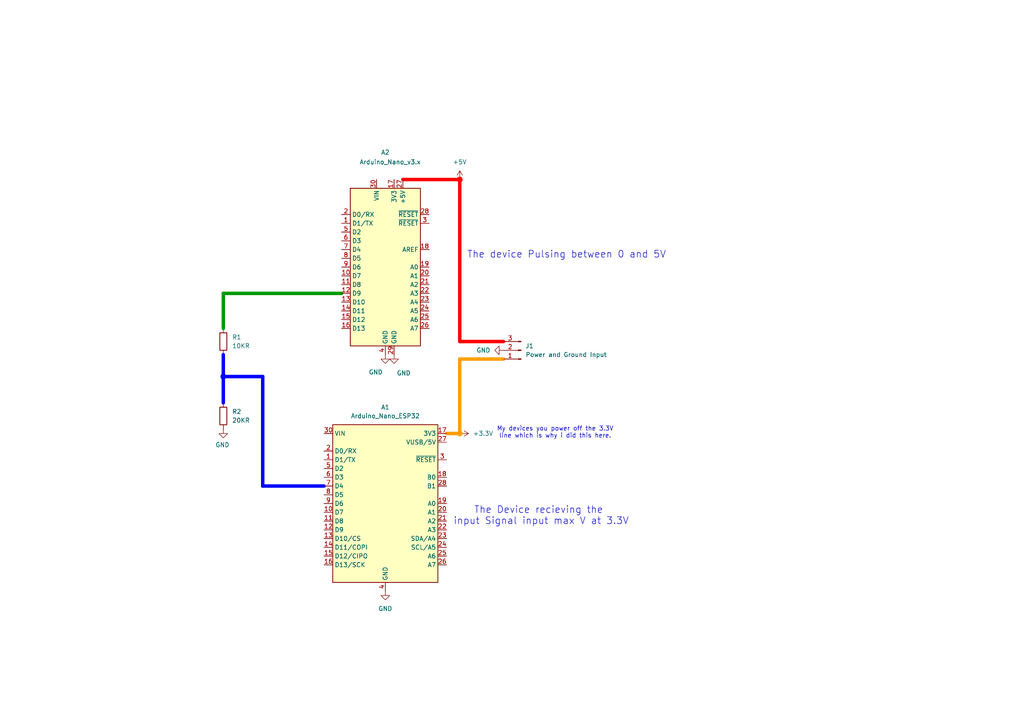
<source format=kicad_sch>
(kicad_sch
	(version 20250114)
	(generator "eeschema")
	(generator_version "9.0")
	(uuid "5c241efc-bbde-448e-a4dc-e0c01dc9d1ce")
	(paper "A4")
	(title_block
		(title "Pulser Microcontroller and RPM counter")
		(date "2025-06-11")
		(rev "1")
		(company "Ethan Sousa Projects")
	)
	(lib_symbols
		(symbol "Connector:Conn_01x03_Pin"
			(pin_names
				(offset 1.016)
				(hide yes)
			)
			(exclude_from_sim no)
			(in_bom yes)
			(on_board yes)
			(property "Reference" "J"
				(at 0 5.08 0)
				(effects
					(font
						(size 1.27 1.27)
					)
				)
			)
			(property "Value" "Conn_01x03_Pin"
				(at 0 -5.08 0)
				(effects
					(font
						(size 1.27 1.27)
					)
				)
			)
			(property "Footprint" ""
				(at 0 0 0)
				(effects
					(font
						(size 1.27 1.27)
					)
					(hide yes)
				)
			)
			(property "Datasheet" "~"
				(at 0 0 0)
				(effects
					(font
						(size 1.27 1.27)
					)
					(hide yes)
				)
			)
			(property "Description" "Generic connector, single row, 01x03, script generated"
				(at 0 0 0)
				(effects
					(font
						(size 1.27 1.27)
					)
					(hide yes)
				)
			)
			(property "ki_locked" ""
				(at 0 0 0)
				(effects
					(font
						(size 1.27 1.27)
					)
				)
			)
			(property "ki_keywords" "connector"
				(at 0 0 0)
				(effects
					(font
						(size 1.27 1.27)
					)
					(hide yes)
				)
			)
			(property "ki_fp_filters" "Connector*:*_1x??_*"
				(at 0 0 0)
				(effects
					(font
						(size 1.27 1.27)
					)
					(hide yes)
				)
			)
			(symbol "Conn_01x03_Pin_1_1"
				(rectangle
					(start 0.8636 2.667)
					(end 0 2.413)
					(stroke
						(width 0.1524)
						(type default)
					)
					(fill
						(type outline)
					)
				)
				(rectangle
					(start 0.8636 0.127)
					(end 0 -0.127)
					(stroke
						(width 0.1524)
						(type default)
					)
					(fill
						(type outline)
					)
				)
				(rectangle
					(start 0.8636 -2.413)
					(end 0 -2.667)
					(stroke
						(width 0.1524)
						(type default)
					)
					(fill
						(type outline)
					)
				)
				(polyline
					(pts
						(xy 1.27 2.54) (xy 0.8636 2.54)
					)
					(stroke
						(width 0.1524)
						(type default)
					)
					(fill
						(type none)
					)
				)
				(polyline
					(pts
						(xy 1.27 0) (xy 0.8636 0)
					)
					(stroke
						(width 0.1524)
						(type default)
					)
					(fill
						(type none)
					)
				)
				(polyline
					(pts
						(xy 1.27 -2.54) (xy 0.8636 -2.54)
					)
					(stroke
						(width 0.1524)
						(type default)
					)
					(fill
						(type none)
					)
				)
				(pin passive line
					(at 5.08 2.54 180)
					(length 3.81)
					(name "Pin_1"
						(effects
							(font
								(size 1.27 1.27)
							)
						)
					)
					(number "1"
						(effects
							(font
								(size 1.27 1.27)
							)
						)
					)
				)
				(pin passive line
					(at 5.08 0 180)
					(length 3.81)
					(name "Pin_2"
						(effects
							(font
								(size 1.27 1.27)
							)
						)
					)
					(number "2"
						(effects
							(font
								(size 1.27 1.27)
							)
						)
					)
				)
				(pin passive line
					(at 5.08 -2.54 180)
					(length 3.81)
					(name "Pin_3"
						(effects
							(font
								(size 1.27 1.27)
							)
						)
					)
					(number "3"
						(effects
							(font
								(size 1.27 1.27)
							)
						)
					)
				)
			)
			(embedded_fonts no)
		)
		(symbol "Device:R"
			(pin_numbers
				(hide yes)
			)
			(pin_names
				(offset 0)
			)
			(exclude_from_sim no)
			(in_bom yes)
			(on_board yes)
			(property "Reference" "R"
				(at 2.032 0 90)
				(effects
					(font
						(size 1.27 1.27)
					)
				)
			)
			(property "Value" "R"
				(at 0 0 90)
				(effects
					(font
						(size 1.27 1.27)
					)
				)
			)
			(property "Footprint" ""
				(at -1.778 0 90)
				(effects
					(font
						(size 1.27 1.27)
					)
					(hide yes)
				)
			)
			(property "Datasheet" "~"
				(at 0 0 0)
				(effects
					(font
						(size 1.27 1.27)
					)
					(hide yes)
				)
			)
			(property "Description" "Resistor"
				(at 0 0 0)
				(effects
					(font
						(size 1.27 1.27)
					)
					(hide yes)
				)
			)
			(property "ki_keywords" "R res resistor"
				(at 0 0 0)
				(effects
					(font
						(size 1.27 1.27)
					)
					(hide yes)
				)
			)
			(property "ki_fp_filters" "R_*"
				(at 0 0 0)
				(effects
					(font
						(size 1.27 1.27)
					)
					(hide yes)
				)
			)
			(symbol "R_0_1"
				(rectangle
					(start -1.016 -2.54)
					(end 1.016 2.54)
					(stroke
						(width 0.254)
						(type default)
					)
					(fill
						(type none)
					)
				)
			)
			(symbol "R_1_1"
				(pin passive line
					(at 0 3.81 270)
					(length 1.27)
					(name "~"
						(effects
							(font
								(size 1.27 1.27)
							)
						)
					)
					(number "1"
						(effects
							(font
								(size 1.27 1.27)
							)
						)
					)
				)
				(pin passive line
					(at 0 -3.81 90)
					(length 1.27)
					(name "~"
						(effects
							(font
								(size 1.27 1.27)
							)
						)
					)
					(number "2"
						(effects
							(font
								(size 1.27 1.27)
							)
						)
					)
				)
			)
			(embedded_fonts no)
		)
		(symbol "MCU_Module:Arduino_Nano_ESP32"
			(exclude_from_sim no)
			(in_bom yes)
			(on_board yes)
			(property "Reference" "A"
				(at -14.986 23.622 0)
				(effects
					(font
						(size 1.27 1.27)
					)
					(justify left bottom)
				)
			)
			(property "Value" "Arduino_Nano_ESP32"
				(at 3.81 -25.654 0)
				(effects
					(font
						(size 1.27 1.27)
					)
					(justify left top)
				)
			)
			(property "Footprint" "Module:Arduino_Nano"
				(at 13.716 -34.036 0)
				(effects
					(font
						(size 1.27 1.27)
						(italic yes)
					)
					(hide yes)
				)
			)
			(property "Datasheet" "https://docs.arduino.cc/resources/datasheets/ABX00083-datasheet.pdf"
				(at 39.116 -31.496 0)
				(effects
					(font
						(size 1.27 1.27)
					)
					(hide yes)
				)
			)
			(property "Description" "Arduino Nano board based on the ESP32-S3 with a dual-core 240 MHz processor, 384 kB ROM, 512 kB SRAM. Operates at 3.3V, with 5V USB-C® input and 6-21V VIN. Features Wi-Fi®, Bluetooth® LE, digital and analog pins, and supports SPI, I2C, UART, I2S, and CAN."
				(at 138.43 -28.956 0)
				(effects
					(font
						(size 1.27 1.27)
					)
					(hide yes)
				)
			)
			(property "ki_keywords" "Arduino Nano ESP32"
				(at 0 0 0)
				(effects
					(font
						(size 1.27 1.27)
					)
					(hide yes)
				)
			)
			(property "ki_fp_filters" "Arduino*Nano*"
				(at 0 0 0)
				(effects
					(font
						(size 1.27 1.27)
					)
					(hide yes)
				)
			)
			(symbol "Arduino_Nano_ESP32_0_1"
				(rectangle
					(start -15.24 22.86)
					(end 15.24 -22.86)
					(stroke
						(width 0.254)
						(type default)
					)
					(fill
						(type background)
					)
				)
			)
			(symbol "Arduino_Nano_ESP32_1_1"
				(pin power_in line
					(at -17.78 20.32 0)
					(length 2.54)
					(name "VIN"
						(effects
							(font
								(size 1.27 1.27)
							)
						)
					)
					(number "30"
						(effects
							(font
								(size 1.27 1.27)
							)
						)
					)
				)
				(pin bidirectional line
					(at -17.78 15.24 0)
					(length 2.54)
					(name "D0/RX"
						(effects
							(font
								(size 1.27 1.27)
							)
						)
					)
					(number "2"
						(effects
							(font
								(size 1.27 1.27)
							)
						)
					)
				)
				(pin bidirectional line
					(at -17.78 12.7 0)
					(length 2.54)
					(name "D1/TX"
						(effects
							(font
								(size 1.27 1.27)
							)
						)
					)
					(number "1"
						(effects
							(font
								(size 1.27 1.27)
							)
						)
					)
				)
				(pin bidirectional line
					(at -17.78 10.16 0)
					(length 2.54)
					(name "D2"
						(effects
							(font
								(size 1.27 1.27)
							)
						)
					)
					(number "5"
						(effects
							(font
								(size 1.27 1.27)
							)
						)
					)
				)
				(pin bidirectional line
					(at -17.78 7.62 0)
					(length 2.54)
					(name "D3"
						(effects
							(font
								(size 1.27 1.27)
							)
						)
					)
					(number "6"
						(effects
							(font
								(size 1.27 1.27)
							)
						)
					)
				)
				(pin bidirectional line
					(at -17.78 5.08 0)
					(length 2.54)
					(name "D4"
						(effects
							(font
								(size 1.27 1.27)
							)
						)
					)
					(number "7"
						(effects
							(font
								(size 1.27 1.27)
							)
						)
					)
				)
				(pin bidirectional line
					(at -17.78 2.54 0)
					(length 2.54)
					(name "D5"
						(effects
							(font
								(size 1.27 1.27)
							)
						)
					)
					(number "8"
						(effects
							(font
								(size 1.27 1.27)
							)
						)
					)
				)
				(pin bidirectional line
					(at -17.78 0 0)
					(length 2.54)
					(name "D6"
						(effects
							(font
								(size 1.27 1.27)
							)
						)
					)
					(number "9"
						(effects
							(font
								(size 1.27 1.27)
							)
						)
					)
				)
				(pin bidirectional line
					(at -17.78 -2.54 0)
					(length 2.54)
					(name "D7"
						(effects
							(font
								(size 1.27 1.27)
							)
						)
					)
					(number "10"
						(effects
							(font
								(size 1.27 1.27)
							)
						)
					)
				)
				(pin bidirectional line
					(at -17.78 -5.08 0)
					(length 2.54)
					(name "D8"
						(effects
							(font
								(size 1.27 1.27)
							)
						)
					)
					(number "11"
						(effects
							(font
								(size 1.27 1.27)
							)
						)
					)
				)
				(pin bidirectional line
					(at -17.78 -7.62 0)
					(length 2.54)
					(name "D9"
						(effects
							(font
								(size 1.27 1.27)
							)
						)
					)
					(number "12"
						(effects
							(font
								(size 1.27 1.27)
							)
						)
					)
				)
				(pin bidirectional line
					(at -17.78 -10.16 0)
					(length 2.54)
					(name "D10/CS"
						(effects
							(font
								(size 1.27 1.27)
							)
						)
					)
					(number "13"
						(effects
							(font
								(size 1.27 1.27)
							)
						)
					)
				)
				(pin bidirectional line
					(at -17.78 -12.7 0)
					(length 2.54)
					(name "D11/COPI"
						(effects
							(font
								(size 1.27 1.27)
							)
						)
					)
					(number "14"
						(effects
							(font
								(size 1.27 1.27)
							)
						)
					)
				)
				(pin bidirectional line
					(at -17.78 -15.24 0)
					(length 2.54)
					(name "D12/CIPO"
						(effects
							(font
								(size 1.27 1.27)
							)
						)
					)
					(number "15"
						(effects
							(font
								(size 1.27 1.27)
							)
						)
					)
				)
				(pin bidirectional line
					(at -17.78 -17.78 0)
					(length 2.54)
					(name "D13/SCK"
						(effects
							(font
								(size 1.27 1.27)
							)
						)
					)
					(number "16"
						(effects
							(font
								(size 1.27 1.27)
							)
						)
					)
				)
				(pin passive line
					(at 0 -25.4 90)
					(length 2.54)
					(hide yes)
					(name "GND"
						(effects
							(font
								(size 1.27 1.27)
							)
						)
					)
					(number "29"
						(effects
							(font
								(size 1.27 1.27)
							)
						)
					)
				)
				(pin power_in line
					(at 0 -25.4 90)
					(length 2.54)
					(name "GND"
						(effects
							(font
								(size 1.27 1.27)
							)
						)
					)
					(number "4"
						(effects
							(font
								(size 1.27 1.27)
							)
						)
					)
				)
				(pin power_out line
					(at 17.78 20.32 180)
					(length 2.54)
					(name "3V3"
						(effects
							(font
								(size 1.27 1.27)
							)
						)
					)
					(number "17"
						(effects
							(font
								(size 1.27 1.27)
							)
						)
					)
				)
				(pin power_out line
					(at 17.78 17.78 180)
					(length 2.54)
					(name "VUSB/5V"
						(effects
							(font
								(size 1.27 1.27)
							)
						)
					)
					(number "27"
						(effects
							(font
								(size 1.27 1.27)
							)
						)
					)
				)
				(pin input line
					(at 17.78 12.7 180)
					(length 2.54)
					(name "~{RESET}"
						(effects
							(font
								(size 1.27 1.27)
							)
						)
					)
					(number "3"
						(effects
							(font
								(size 1.27 1.27)
							)
						)
					)
				)
				(pin bidirectional line
					(at 17.78 7.62 180)
					(length 2.54)
					(name "B0"
						(effects
							(font
								(size 1.27 1.27)
							)
						)
					)
					(number "18"
						(effects
							(font
								(size 1.27 1.27)
							)
						)
					)
				)
				(pin bidirectional line
					(at 17.78 5.08 180)
					(length 2.54)
					(name "B1"
						(effects
							(font
								(size 1.27 1.27)
							)
						)
					)
					(number "28"
						(effects
							(font
								(size 1.27 1.27)
							)
						)
					)
				)
				(pin bidirectional line
					(at 17.78 0 180)
					(length 2.54)
					(name "A0"
						(effects
							(font
								(size 1.27 1.27)
							)
						)
					)
					(number "19"
						(effects
							(font
								(size 1.27 1.27)
							)
						)
					)
				)
				(pin bidirectional line
					(at 17.78 -2.54 180)
					(length 2.54)
					(name "A1"
						(effects
							(font
								(size 1.27 1.27)
							)
						)
					)
					(number "20"
						(effects
							(font
								(size 1.27 1.27)
							)
						)
					)
				)
				(pin bidirectional line
					(at 17.78 -5.08 180)
					(length 2.54)
					(name "A2"
						(effects
							(font
								(size 1.27 1.27)
							)
						)
					)
					(number "21"
						(effects
							(font
								(size 1.27 1.27)
							)
						)
					)
				)
				(pin bidirectional line
					(at 17.78 -7.62 180)
					(length 2.54)
					(name "A3"
						(effects
							(font
								(size 1.27 1.27)
							)
						)
					)
					(number "22"
						(effects
							(font
								(size 1.27 1.27)
							)
						)
					)
				)
				(pin bidirectional line
					(at 17.78 -10.16 180)
					(length 2.54)
					(name "SDA/A4"
						(effects
							(font
								(size 1.27 1.27)
							)
						)
					)
					(number "23"
						(effects
							(font
								(size 1.27 1.27)
							)
						)
					)
				)
				(pin bidirectional line
					(at 17.78 -12.7 180)
					(length 2.54)
					(name "SCL/A5"
						(effects
							(font
								(size 1.27 1.27)
							)
						)
					)
					(number "24"
						(effects
							(font
								(size 1.27 1.27)
							)
						)
					)
				)
				(pin bidirectional line
					(at 17.78 -15.24 180)
					(length 2.54)
					(name "A6"
						(effects
							(font
								(size 1.27 1.27)
							)
						)
					)
					(number "25"
						(effects
							(font
								(size 1.27 1.27)
							)
						)
					)
				)
				(pin bidirectional line
					(at 17.78 -17.78 180)
					(length 2.54)
					(name "A7"
						(effects
							(font
								(size 1.27 1.27)
							)
						)
					)
					(number "26"
						(effects
							(font
								(size 1.27 1.27)
							)
						)
					)
				)
			)
			(embedded_fonts no)
		)
		(symbol "MCU_Module:Arduino_Nano_v3.x"
			(exclude_from_sim no)
			(in_bom yes)
			(on_board yes)
			(property "Reference" "A"
				(at -10.16 23.495 0)
				(effects
					(font
						(size 1.27 1.27)
					)
					(justify left bottom)
				)
			)
			(property "Value" "Arduino_Nano_v3.x"
				(at 5.08 -24.13 0)
				(effects
					(font
						(size 1.27 1.27)
					)
					(justify left top)
				)
			)
			(property "Footprint" "Module:Arduino_Nano"
				(at 0 0 0)
				(effects
					(font
						(size 1.27 1.27)
						(italic yes)
					)
					(hide yes)
				)
			)
			(property "Datasheet" "http://www.mouser.com/pdfdocs/Gravitech_Arduino_Nano3_0.pdf"
				(at 0 0 0)
				(effects
					(font
						(size 1.27 1.27)
					)
					(hide yes)
				)
			)
			(property "Description" "Arduino Nano v3.x"
				(at 0 0 0)
				(effects
					(font
						(size 1.27 1.27)
					)
					(hide yes)
				)
			)
			(property "ki_keywords" "Arduino nano microcontroller module USB"
				(at 0 0 0)
				(effects
					(font
						(size 1.27 1.27)
					)
					(hide yes)
				)
			)
			(property "ki_fp_filters" "Arduino*Nano*"
				(at 0 0 0)
				(effects
					(font
						(size 1.27 1.27)
					)
					(hide yes)
				)
			)
			(symbol "Arduino_Nano_v3.x_0_1"
				(rectangle
					(start -10.16 22.86)
					(end 10.16 -22.86)
					(stroke
						(width 0.254)
						(type default)
					)
					(fill
						(type background)
					)
				)
			)
			(symbol "Arduino_Nano_v3.x_1_1"
				(pin bidirectional line
					(at -12.7 15.24 0)
					(length 2.54)
					(name "D0/RX"
						(effects
							(font
								(size 1.27 1.27)
							)
						)
					)
					(number "2"
						(effects
							(font
								(size 1.27 1.27)
							)
						)
					)
				)
				(pin bidirectional line
					(at -12.7 12.7 0)
					(length 2.54)
					(name "D1/TX"
						(effects
							(font
								(size 1.27 1.27)
							)
						)
					)
					(number "1"
						(effects
							(font
								(size 1.27 1.27)
							)
						)
					)
				)
				(pin bidirectional line
					(at -12.7 10.16 0)
					(length 2.54)
					(name "D2"
						(effects
							(font
								(size 1.27 1.27)
							)
						)
					)
					(number "5"
						(effects
							(font
								(size 1.27 1.27)
							)
						)
					)
				)
				(pin bidirectional line
					(at -12.7 7.62 0)
					(length 2.54)
					(name "D3"
						(effects
							(font
								(size 1.27 1.27)
							)
						)
					)
					(number "6"
						(effects
							(font
								(size 1.27 1.27)
							)
						)
					)
				)
				(pin bidirectional line
					(at -12.7 5.08 0)
					(length 2.54)
					(name "D4"
						(effects
							(font
								(size 1.27 1.27)
							)
						)
					)
					(number "7"
						(effects
							(font
								(size 1.27 1.27)
							)
						)
					)
				)
				(pin bidirectional line
					(at -12.7 2.54 0)
					(length 2.54)
					(name "D5"
						(effects
							(font
								(size 1.27 1.27)
							)
						)
					)
					(number "8"
						(effects
							(font
								(size 1.27 1.27)
							)
						)
					)
				)
				(pin bidirectional line
					(at -12.7 0 0)
					(length 2.54)
					(name "D6"
						(effects
							(font
								(size 1.27 1.27)
							)
						)
					)
					(number "9"
						(effects
							(font
								(size 1.27 1.27)
							)
						)
					)
				)
				(pin bidirectional line
					(at -12.7 -2.54 0)
					(length 2.54)
					(name "D7"
						(effects
							(font
								(size 1.27 1.27)
							)
						)
					)
					(number "10"
						(effects
							(font
								(size 1.27 1.27)
							)
						)
					)
				)
				(pin bidirectional line
					(at -12.7 -5.08 0)
					(length 2.54)
					(name "D8"
						(effects
							(font
								(size 1.27 1.27)
							)
						)
					)
					(number "11"
						(effects
							(font
								(size 1.27 1.27)
							)
						)
					)
				)
				(pin bidirectional line
					(at -12.7 -7.62 0)
					(length 2.54)
					(name "D9"
						(effects
							(font
								(size 1.27 1.27)
							)
						)
					)
					(number "12"
						(effects
							(font
								(size 1.27 1.27)
							)
						)
					)
				)
				(pin bidirectional line
					(at -12.7 -10.16 0)
					(length 2.54)
					(name "D10"
						(effects
							(font
								(size 1.27 1.27)
							)
						)
					)
					(number "13"
						(effects
							(font
								(size 1.27 1.27)
							)
						)
					)
				)
				(pin bidirectional line
					(at -12.7 -12.7 0)
					(length 2.54)
					(name "D11"
						(effects
							(font
								(size 1.27 1.27)
							)
						)
					)
					(number "14"
						(effects
							(font
								(size 1.27 1.27)
							)
						)
					)
				)
				(pin bidirectional line
					(at -12.7 -15.24 0)
					(length 2.54)
					(name "D12"
						(effects
							(font
								(size 1.27 1.27)
							)
						)
					)
					(number "15"
						(effects
							(font
								(size 1.27 1.27)
							)
						)
					)
				)
				(pin bidirectional line
					(at -12.7 -17.78 0)
					(length 2.54)
					(name "D13"
						(effects
							(font
								(size 1.27 1.27)
							)
						)
					)
					(number "16"
						(effects
							(font
								(size 1.27 1.27)
							)
						)
					)
				)
				(pin power_in line
					(at -2.54 25.4 270)
					(length 2.54)
					(name "VIN"
						(effects
							(font
								(size 1.27 1.27)
							)
						)
					)
					(number "30"
						(effects
							(font
								(size 1.27 1.27)
							)
						)
					)
				)
				(pin power_in line
					(at 0 -25.4 90)
					(length 2.54)
					(name "GND"
						(effects
							(font
								(size 1.27 1.27)
							)
						)
					)
					(number "4"
						(effects
							(font
								(size 1.27 1.27)
							)
						)
					)
				)
				(pin power_out line
					(at 2.54 25.4 270)
					(length 2.54)
					(name "3V3"
						(effects
							(font
								(size 1.27 1.27)
							)
						)
					)
					(number "17"
						(effects
							(font
								(size 1.27 1.27)
							)
						)
					)
				)
				(pin power_in line
					(at 2.54 -25.4 90)
					(length 2.54)
					(name "GND"
						(effects
							(font
								(size 1.27 1.27)
							)
						)
					)
					(number "29"
						(effects
							(font
								(size 1.27 1.27)
							)
						)
					)
				)
				(pin power_out line
					(at 5.08 25.4 270)
					(length 2.54)
					(name "+5V"
						(effects
							(font
								(size 1.27 1.27)
							)
						)
					)
					(number "27"
						(effects
							(font
								(size 1.27 1.27)
							)
						)
					)
				)
				(pin input line
					(at 12.7 15.24 180)
					(length 2.54)
					(name "~{RESET}"
						(effects
							(font
								(size 1.27 1.27)
							)
						)
					)
					(number "28"
						(effects
							(font
								(size 1.27 1.27)
							)
						)
					)
				)
				(pin input line
					(at 12.7 12.7 180)
					(length 2.54)
					(name "~{RESET}"
						(effects
							(font
								(size 1.27 1.27)
							)
						)
					)
					(number "3"
						(effects
							(font
								(size 1.27 1.27)
							)
						)
					)
				)
				(pin input line
					(at 12.7 5.08 180)
					(length 2.54)
					(name "AREF"
						(effects
							(font
								(size 1.27 1.27)
							)
						)
					)
					(number "18"
						(effects
							(font
								(size 1.27 1.27)
							)
						)
					)
				)
				(pin bidirectional line
					(at 12.7 0 180)
					(length 2.54)
					(name "A0"
						(effects
							(font
								(size 1.27 1.27)
							)
						)
					)
					(number "19"
						(effects
							(font
								(size 1.27 1.27)
							)
						)
					)
				)
				(pin bidirectional line
					(at 12.7 -2.54 180)
					(length 2.54)
					(name "A1"
						(effects
							(font
								(size 1.27 1.27)
							)
						)
					)
					(number "20"
						(effects
							(font
								(size 1.27 1.27)
							)
						)
					)
				)
				(pin bidirectional line
					(at 12.7 -5.08 180)
					(length 2.54)
					(name "A2"
						(effects
							(font
								(size 1.27 1.27)
							)
						)
					)
					(number "21"
						(effects
							(font
								(size 1.27 1.27)
							)
						)
					)
				)
				(pin bidirectional line
					(at 12.7 -7.62 180)
					(length 2.54)
					(name "A3"
						(effects
							(font
								(size 1.27 1.27)
							)
						)
					)
					(number "22"
						(effects
							(font
								(size 1.27 1.27)
							)
						)
					)
				)
				(pin bidirectional line
					(at 12.7 -10.16 180)
					(length 2.54)
					(name "A4"
						(effects
							(font
								(size 1.27 1.27)
							)
						)
					)
					(number "23"
						(effects
							(font
								(size 1.27 1.27)
							)
						)
					)
				)
				(pin bidirectional line
					(at 12.7 -12.7 180)
					(length 2.54)
					(name "A5"
						(effects
							(font
								(size 1.27 1.27)
							)
						)
					)
					(number "24"
						(effects
							(font
								(size 1.27 1.27)
							)
						)
					)
				)
				(pin bidirectional line
					(at 12.7 -15.24 180)
					(length 2.54)
					(name "A6"
						(effects
							(font
								(size 1.27 1.27)
							)
						)
					)
					(number "25"
						(effects
							(font
								(size 1.27 1.27)
							)
						)
					)
				)
				(pin bidirectional line
					(at 12.7 -17.78 180)
					(length 2.54)
					(name "A7"
						(effects
							(font
								(size 1.27 1.27)
							)
						)
					)
					(number "26"
						(effects
							(font
								(size 1.27 1.27)
							)
						)
					)
				)
			)
			(embedded_fonts no)
		)
		(symbol "power:+3.3V"
			(power)
			(pin_numbers
				(hide yes)
			)
			(pin_names
				(offset 0)
				(hide yes)
			)
			(exclude_from_sim no)
			(in_bom yes)
			(on_board yes)
			(property "Reference" "#PWR"
				(at 0 -3.81 0)
				(effects
					(font
						(size 1.27 1.27)
					)
					(hide yes)
				)
			)
			(property "Value" "+3.3V"
				(at 0 3.556 0)
				(effects
					(font
						(size 1.27 1.27)
					)
				)
			)
			(property "Footprint" ""
				(at 0 0 0)
				(effects
					(font
						(size 1.27 1.27)
					)
					(hide yes)
				)
			)
			(property "Datasheet" ""
				(at 0 0 0)
				(effects
					(font
						(size 1.27 1.27)
					)
					(hide yes)
				)
			)
			(property "Description" "Power symbol creates a global label with name \"+3.3V\""
				(at 0 0 0)
				(effects
					(font
						(size 1.27 1.27)
					)
					(hide yes)
				)
			)
			(property "ki_keywords" "global power"
				(at 0 0 0)
				(effects
					(font
						(size 1.27 1.27)
					)
					(hide yes)
				)
			)
			(symbol "+3.3V_0_1"
				(polyline
					(pts
						(xy -0.762 1.27) (xy 0 2.54)
					)
					(stroke
						(width 0)
						(type default)
					)
					(fill
						(type none)
					)
				)
				(polyline
					(pts
						(xy 0 2.54) (xy 0.762 1.27)
					)
					(stroke
						(width 0)
						(type default)
					)
					(fill
						(type none)
					)
				)
				(polyline
					(pts
						(xy 0 0) (xy 0 2.54)
					)
					(stroke
						(width 0)
						(type default)
					)
					(fill
						(type none)
					)
				)
			)
			(symbol "+3.3V_1_1"
				(pin power_in line
					(at 0 0 90)
					(length 0)
					(name "~"
						(effects
							(font
								(size 1.27 1.27)
							)
						)
					)
					(number "1"
						(effects
							(font
								(size 1.27 1.27)
							)
						)
					)
				)
			)
			(embedded_fonts no)
		)
		(symbol "power:+5V"
			(power)
			(pin_numbers
				(hide yes)
			)
			(pin_names
				(offset 0)
				(hide yes)
			)
			(exclude_from_sim no)
			(in_bom yes)
			(on_board yes)
			(property "Reference" "#PWR"
				(at 0 -3.81 0)
				(effects
					(font
						(size 1.27 1.27)
					)
					(hide yes)
				)
			)
			(property "Value" "+5V"
				(at 0 3.556 0)
				(effects
					(font
						(size 1.27 1.27)
					)
				)
			)
			(property "Footprint" ""
				(at 0 0 0)
				(effects
					(font
						(size 1.27 1.27)
					)
					(hide yes)
				)
			)
			(property "Datasheet" ""
				(at 0 0 0)
				(effects
					(font
						(size 1.27 1.27)
					)
					(hide yes)
				)
			)
			(property "Description" "Power symbol creates a global label with name \"+5V\""
				(at 0 0 0)
				(effects
					(font
						(size 1.27 1.27)
					)
					(hide yes)
				)
			)
			(property "ki_keywords" "global power"
				(at 0 0 0)
				(effects
					(font
						(size 1.27 1.27)
					)
					(hide yes)
				)
			)
			(symbol "+5V_0_1"
				(polyline
					(pts
						(xy -0.762 1.27) (xy 0 2.54)
					)
					(stroke
						(width 0)
						(type default)
					)
					(fill
						(type none)
					)
				)
				(polyline
					(pts
						(xy 0 2.54) (xy 0.762 1.27)
					)
					(stroke
						(width 0)
						(type default)
					)
					(fill
						(type none)
					)
				)
				(polyline
					(pts
						(xy 0 0) (xy 0 2.54)
					)
					(stroke
						(width 0)
						(type default)
					)
					(fill
						(type none)
					)
				)
			)
			(symbol "+5V_1_1"
				(pin power_in line
					(at 0 0 90)
					(length 0)
					(name "~"
						(effects
							(font
								(size 1.27 1.27)
							)
						)
					)
					(number "1"
						(effects
							(font
								(size 1.27 1.27)
							)
						)
					)
				)
			)
			(embedded_fonts no)
		)
		(symbol "power:GND"
			(power)
			(pin_numbers
				(hide yes)
			)
			(pin_names
				(offset 0)
				(hide yes)
			)
			(exclude_from_sim no)
			(in_bom yes)
			(on_board yes)
			(property "Reference" "#PWR"
				(at 0 -6.35 0)
				(effects
					(font
						(size 1.27 1.27)
					)
					(hide yes)
				)
			)
			(property "Value" "GND"
				(at 0 -3.81 0)
				(effects
					(font
						(size 1.27 1.27)
					)
				)
			)
			(property "Footprint" ""
				(at 0 0 0)
				(effects
					(font
						(size 1.27 1.27)
					)
					(hide yes)
				)
			)
			(property "Datasheet" ""
				(at 0 0 0)
				(effects
					(font
						(size 1.27 1.27)
					)
					(hide yes)
				)
			)
			(property "Description" "Power symbol creates a global label with name \"GND\" , ground"
				(at 0 0 0)
				(effects
					(font
						(size 1.27 1.27)
					)
					(hide yes)
				)
			)
			(property "ki_keywords" "global power"
				(at 0 0 0)
				(effects
					(font
						(size 1.27 1.27)
					)
					(hide yes)
				)
			)
			(symbol "GND_0_1"
				(polyline
					(pts
						(xy 0 0) (xy 0 -1.27) (xy 1.27 -1.27) (xy 0 -2.54) (xy -1.27 -1.27) (xy 0 -1.27)
					)
					(stroke
						(width 0)
						(type default)
					)
					(fill
						(type none)
					)
				)
			)
			(symbol "GND_1_1"
				(pin power_in line
					(at 0 0 270)
					(length 0)
					(name "~"
						(effects
							(font
								(size 1.27 1.27)
							)
						)
					)
					(number "1"
						(effects
							(font
								(size 1.27 1.27)
							)
						)
					)
				)
			)
			(embedded_fonts no)
		)
	)
	(text "The device Pulsing between 0 and 5V"
		(exclude_from_sim no)
		(at 164.338 73.914 0)
		(effects
			(font
				(size 2 2)
			)
		)
		(uuid "18c35b18-e072-4f09-8828-25f2aedcda7d")
	)
	(text "My devices you power off the 3.3V\nline which is why i did this here."
		(exclude_from_sim no)
		(at 161.036 125.476 0)
		(effects
			(font
				(size 1.27 1.27)
			)
		)
		(uuid "3ea7ea54-6c67-48d9-9756-195ffed0be22")
	)
	(text "The Device recieving the \ninput Signal input max V at 3.3V"
		(exclude_from_sim no)
		(at 156.972 149.606 0)
		(effects
			(font
				(size 2 2)
			)
		)
		(uuid "efe2b896-eaa2-4d58-a541-177e9dc51dce")
	)
	(junction
		(at 133.35 52.07)
		(diameter 1.5)
		(color 255 0 0 1)
		(uuid "12d58382-3bbd-47d0-ada8-f49ee6519838")
	)
	(junction
		(at 133.35 125.73)
		(diameter 1.5)
		(color 255 153 0 1)
		(uuid "28ea350f-a8a1-4ff0-be54-ae16b0f5beaa")
	)
	(junction
		(at 64.77 109.22)
		(diameter 1.5)
		(color 0 0 255 1)
		(uuid "b7b68d8b-eabb-4641-a05c-2cc302f941c5")
	)
	(wire
		(pts
			(xy 133.35 104.14) (xy 133.35 125.73)
		)
		(stroke
			(width 1)
			(type default)
			(color 255 153 0 1)
		)
		(uuid "1538505f-a129-4e99-a9ec-8d965bcc85bc")
	)
	(wire
		(pts
			(xy 133.35 99.06) (xy 133.35 52.07)
		)
		(stroke
			(width 1)
			(type default)
			(color 255 0 0 1)
		)
		(uuid "1dcf2d28-e1d9-473a-a60e-801606db0930")
	)
	(wire
		(pts
			(xy 64.77 85.09) (xy 99.06 85.09)
		)
		(stroke
			(width 1)
			(type default)
		)
		(uuid "2b8de85f-103a-45cf-af8d-43c8765d9f33")
	)
	(wire
		(pts
			(xy 76.2 109.22) (xy 64.77 109.22)
		)
		(stroke
			(width 1)
			(type default)
			(color 0 0 255 1)
		)
		(uuid "4123bca5-d32e-4188-a0cd-149d19e4c88d")
	)
	(wire
		(pts
			(xy 76.2 140.97) (xy 76.2 109.22)
		)
		(stroke
			(width 1)
			(type default)
			(color 0 0 255 1)
		)
		(uuid "69a8d168-8ae7-400a-aaa3-8d7688bd50f5")
	)
	(wire
		(pts
			(xy 64.77 95.25) (xy 64.77 85.09)
		)
		(stroke
			(width 1)
			(type default)
		)
		(uuid "7d860638-c64b-4ed8-b490-35c91efa2b0a")
	)
	(wire
		(pts
			(xy 146.05 104.14) (xy 133.35 104.14)
		)
		(stroke
			(width 1)
			(type default)
			(color 255 153 0 1)
		)
		(uuid "88b99914-dbbf-4e15-a1e8-9fc951e7e41a")
	)
	(wire
		(pts
			(xy 93.98 140.97) (xy 76.2 140.97)
		)
		(stroke
			(width 1)
			(type default)
			(color 0 0 255 1)
		)
		(uuid "9732cfe8-1443-40bf-a75b-1b35ed00bc59")
	)
	(wire
		(pts
			(xy 133.35 52.07) (xy 116.84 52.07)
		)
		(stroke
			(width 1)
			(type default)
			(color 255 0 0 1)
		)
		(uuid "ae5b9975-7937-471a-ad08-cdb2698c5ae9")
	)
	(wire
		(pts
			(xy 64.77 109.22) (xy 64.77 116.84)
		)
		(stroke
			(width 1)
			(type default)
			(color 0 0 255 1)
		)
		(uuid "c9a4d8bd-27ea-48a8-bb37-3be127bbadd0")
	)
	(wire
		(pts
			(xy 146.05 99.06) (xy 133.35 99.06)
		)
		(stroke
			(width 1)
			(type default)
			(color 255 0 0 1)
		)
		(uuid "cc9acb8e-1b1c-4fa9-9e99-90217849f1da")
	)
	(wire
		(pts
			(xy 64.77 102.87) (xy 64.77 109.22)
		)
		(stroke
			(width 1)
			(type default)
			(color 0 0 255 1)
		)
		(uuid "e434c44c-27b2-4d69-b660-54bfb89c37f2")
	)
	(wire
		(pts
			(xy 133.35 125.73) (xy 129.54 125.73)
		)
		(stroke
			(width 1)
			(type default)
			(color 255 153 0 1)
		)
		(uuid "e9cac6d2-6bba-4d70-a5e2-045b27d42462")
	)
	(symbol
		(lib_id "Connector:Conn_01x03_Pin")
		(at 151.13 101.6 180)
		(unit 1)
		(exclude_from_sim no)
		(in_bom yes)
		(on_board yes)
		(dnp no)
		(fields_autoplaced yes)
		(uuid "09309f16-ee29-48c9-8efe-8988fe7d442c")
		(property "Reference" "J1"
			(at 152.4 100.3299 0)
			(effects
				(font
					(size 1.27 1.27)
				)
				(justify right)
			)
		)
		(property "Value" "Power and Ground Input"
			(at 152.4 102.8699 0)
			(effects
				(font
					(size 1.27 1.27)
				)
				(justify right)
			)
		)
		(property "Footprint" "Connector_PinHeader_2.54mm:PinHeader_1x03_P2.54mm_Vertical"
			(at 151.13 101.6 0)
			(effects
				(font
					(size 1.27 1.27)
				)
				(hide yes)
			)
		)
		(property "Datasheet" "~"
			(at 151.13 101.6 0)
			(effects
				(font
					(size 1.27 1.27)
				)
				(hide yes)
			)
		)
		(property "Description" "Generic connector, single row, 01x03, script generated"
			(at 151.13 101.6 0)
			(effects
				(font
					(size 1.27 1.27)
				)
				(hide yes)
			)
		)
		(pin "1"
			(uuid "00b9b823-28d3-4e2c-b14f-4786dbe03a88")
		)
		(pin "3"
			(uuid "79841f30-52f0-4b52-9be1-b7e620bf80bc")
		)
		(pin "2"
			(uuid "de0a6f3f-509d-4c04-8425-10c36f18a231")
		)
		(instances
			(project ""
				(path "/5c241efc-bbde-448e-a4dc-e0c01dc9d1ce"
					(reference "J1")
					(unit 1)
				)
			)
		)
	)
	(symbol
		(lib_id "power:GND")
		(at 146.05 101.6 270)
		(unit 1)
		(exclude_from_sim no)
		(in_bom yes)
		(on_board yes)
		(dnp no)
		(fields_autoplaced yes)
		(uuid "0dee6a41-757f-4b6c-89d7-68419769e8d0")
		(property "Reference" "#PWR05"
			(at 139.7 101.6 0)
			(effects
				(font
					(size 1.27 1.27)
				)
				(hide yes)
			)
		)
		(property "Value" "GND"
			(at 142.24 101.5999 90)
			(effects
				(font
					(size 1.27 1.27)
				)
				(justify right)
			)
		)
		(property "Footprint" ""
			(at 146.05 101.6 0)
			(effects
				(font
					(size 1.27 1.27)
				)
				(hide yes)
			)
		)
		(property "Datasheet" ""
			(at 146.05 101.6 0)
			(effects
				(font
					(size 1.27 1.27)
				)
				(hide yes)
			)
		)
		(property "Description" "Power symbol creates a global label with name \"GND\" , ground"
			(at 146.05 101.6 0)
			(effects
				(font
					(size 1.27 1.27)
				)
				(hide yes)
			)
		)
		(pin "1"
			(uuid "59c4e88d-347a-4ae3-b9db-174403f4f5fa")
		)
		(instances
			(project "Circuit_Pulse_Count"
				(path "/5c241efc-bbde-448e-a4dc-e0c01dc9d1ce"
					(reference "#PWR05")
					(unit 1)
				)
			)
		)
	)
	(symbol
		(lib_id "power:+5V")
		(at 133.35 52.07 0)
		(unit 1)
		(exclude_from_sim no)
		(in_bom yes)
		(on_board yes)
		(dnp no)
		(fields_autoplaced yes)
		(uuid "132f5a01-96e4-48ef-bdd0-dc08315a7012")
		(property "Reference" "#PWR06"
			(at 133.35 55.88 0)
			(effects
				(font
					(size 1.27 1.27)
				)
				(hide yes)
			)
		)
		(property "Value" "+5V"
			(at 133.35 46.99 0)
			(effects
				(font
					(size 1.27 1.27)
				)
			)
		)
		(property "Footprint" ""
			(at 133.35 52.07 0)
			(effects
				(font
					(size 1.27 1.27)
				)
				(hide yes)
			)
		)
		(property "Datasheet" ""
			(at 133.35 52.07 0)
			(effects
				(font
					(size 1.27 1.27)
				)
				(hide yes)
			)
		)
		(property "Description" "Power symbol creates a global label with name \"+5V\""
			(at 133.35 52.07 0)
			(effects
				(font
					(size 1.27 1.27)
				)
				(hide yes)
			)
		)
		(pin "1"
			(uuid "11df1924-d272-4f35-8d7e-d855e79d3503")
		)
		(instances
			(project ""
				(path "/5c241efc-bbde-448e-a4dc-e0c01dc9d1ce"
					(reference "#PWR06")
					(unit 1)
				)
			)
		)
	)
	(symbol
		(lib_id "Device:R")
		(at 64.77 99.06 0)
		(unit 1)
		(exclude_from_sim no)
		(in_bom yes)
		(on_board yes)
		(dnp no)
		(fields_autoplaced yes)
		(uuid "19d0c9e9-b49d-4cd1-ac8f-7bf867e09044")
		(property "Reference" "R1"
			(at 67.31 97.7899 0)
			(effects
				(font
					(size 1.27 1.27)
				)
				(justify left)
			)
		)
		(property "Value" "10KR"
			(at 67.31 100.3299 0)
			(effects
				(font
					(size 1.27 1.27)
				)
				(justify left)
			)
		)
		(property "Footprint" "Resistor_THT:R_Axial_DIN0204_L3.6mm_D1.6mm_P7.62mm_Horizontal"
			(at 62.992 99.06 90)
			(effects
				(font
					(size 1.27 1.27)
				)
				(hide yes)
			)
		)
		(property "Datasheet" "~"
			(at 64.77 99.06 0)
			(effects
				(font
					(size 1.27 1.27)
				)
				(hide yes)
			)
		)
		(property "Description" "Resistor"
			(at 64.77 99.06 0)
			(effects
				(font
					(size 1.27 1.27)
				)
				(hide yes)
			)
		)
		(pin "2"
			(uuid "8e49d843-8dff-4493-856a-3190bb685654")
		)
		(pin "1"
			(uuid "c9251fc4-0bd7-423c-8dd7-96f2cf7afeb9")
		)
		(instances
			(project ""
				(path "/5c241efc-bbde-448e-a4dc-e0c01dc9d1ce"
					(reference "R1")
					(unit 1)
				)
			)
		)
	)
	(symbol
		(lib_id "power:GND")
		(at 64.77 124.46 0)
		(unit 1)
		(exclude_from_sim no)
		(in_bom yes)
		(on_board yes)
		(dnp no)
		(uuid "224aab8b-96b1-4999-8e68-2d932ecdbb43")
		(property "Reference" "#PWR04"
			(at 64.77 130.81 0)
			(effects
				(font
					(size 1.27 1.27)
				)
				(hide yes)
			)
		)
		(property "Value" "GND"
			(at 64.516 129.032 0)
			(effects
				(font
					(size 1.27 1.27)
				)
			)
		)
		(property "Footprint" ""
			(at 64.77 124.46 0)
			(effects
				(font
					(size 1.27 1.27)
				)
				(hide yes)
			)
		)
		(property "Datasheet" ""
			(at 64.77 124.46 0)
			(effects
				(font
					(size 1.27 1.27)
				)
				(hide yes)
			)
		)
		(property "Description" "Power symbol creates a global label with name \"GND\" , ground"
			(at 64.77 124.46 0)
			(effects
				(font
					(size 1.27 1.27)
				)
				(hide yes)
			)
		)
		(pin "1"
			(uuid "91c94261-6ec2-4180-80b8-fd217d469c9a")
		)
		(instances
			(project "Circuit_Pulse_Count"
				(path "/5c241efc-bbde-448e-a4dc-e0c01dc9d1ce"
					(reference "#PWR04")
					(unit 1)
				)
			)
		)
	)
	(symbol
		(lib_id "power:+3.3V")
		(at 133.35 125.73 270)
		(unit 1)
		(exclude_from_sim no)
		(in_bom yes)
		(on_board yes)
		(dnp no)
		(fields_autoplaced yes)
		(uuid "5a85cce3-9399-441a-bd36-f49e7c8a283f")
		(property "Reference" "#PWR07"
			(at 129.54 125.73 0)
			(effects
				(font
					(size 1.27 1.27)
				)
				(hide yes)
			)
		)
		(property "Value" "+3.3V"
			(at 137.16 125.7299 90)
			(effects
				(font
					(size 1.27 1.27)
				)
				(justify left)
			)
		)
		(property "Footprint" ""
			(at 133.35 125.73 0)
			(effects
				(font
					(size 1.27 1.27)
				)
				(hide yes)
			)
		)
		(property "Datasheet" ""
			(at 133.35 125.73 0)
			(effects
				(font
					(size 1.27 1.27)
				)
				(hide yes)
			)
		)
		(property "Description" "Power symbol creates a global label with name \"+3.3V\""
			(at 133.35 125.73 0)
			(effects
				(font
					(size 1.27 1.27)
				)
				(hide yes)
			)
		)
		(pin "1"
			(uuid "5188f3b3-73a6-4320-97be-1d2de0118f2f")
		)
		(instances
			(project ""
				(path "/5c241efc-bbde-448e-a4dc-e0c01dc9d1ce"
					(reference "#PWR07")
					(unit 1)
				)
			)
		)
	)
	(symbol
		(lib_id "power:GND")
		(at 114.3 102.87 0)
		(unit 1)
		(exclude_from_sim no)
		(in_bom yes)
		(on_board yes)
		(dnp no)
		(uuid "5fb00576-f9a4-4dc9-9978-871d65854ad6")
		(property "Reference" "#PWR03"
			(at 114.3 109.22 0)
			(effects
				(font
					(size 1.27 1.27)
				)
				(hide yes)
			)
		)
		(property "Value" "GND"
			(at 117.094 108.204 0)
			(effects
				(font
					(size 1.27 1.27)
				)
			)
		)
		(property "Footprint" ""
			(at 114.3 102.87 0)
			(effects
				(font
					(size 1.27 1.27)
				)
				(hide yes)
			)
		)
		(property "Datasheet" ""
			(at 114.3 102.87 0)
			(effects
				(font
					(size 1.27 1.27)
				)
				(hide yes)
			)
		)
		(property "Description" "Power symbol creates a global label with name \"GND\" , ground"
			(at 114.3 102.87 0)
			(effects
				(font
					(size 1.27 1.27)
				)
				(hide yes)
			)
		)
		(pin "1"
			(uuid "5c034b17-16bf-43e9-91a7-054d69de5a34")
		)
		(instances
			(project "Circuit_Pulse_Count"
				(path "/5c241efc-bbde-448e-a4dc-e0c01dc9d1ce"
					(reference "#PWR03")
					(unit 1)
				)
			)
		)
	)
	(symbol
		(lib_id "Device:R")
		(at 64.77 120.65 0)
		(unit 1)
		(exclude_from_sim no)
		(in_bom yes)
		(on_board yes)
		(dnp no)
		(fields_autoplaced yes)
		(uuid "702a9717-f67a-4b5c-be9c-214469c4ec30")
		(property "Reference" "R2"
			(at 67.31 119.3799 0)
			(effects
				(font
					(size 1.27 1.27)
				)
				(justify left)
			)
		)
		(property "Value" "20KR"
			(at 67.31 121.9199 0)
			(effects
				(font
					(size 1.27 1.27)
				)
				(justify left)
			)
		)
		(property "Footprint" "Resistor_THT:R_Axial_DIN0204_L3.6mm_D1.6mm_P7.62mm_Horizontal"
			(at 62.992 120.65 90)
			(effects
				(font
					(size 1.27 1.27)
				)
				(hide yes)
			)
		)
		(property "Datasheet" "~"
			(at 64.77 120.65 0)
			(effects
				(font
					(size 1.27 1.27)
				)
				(hide yes)
			)
		)
		(property "Description" "Resistor"
			(at 64.77 120.65 0)
			(effects
				(font
					(size 1.27 1.27)
				)
				(hide yes)
			)
		)
		(pin "1"
			(uuid "48155155-bcce-4afa-9958-f1d537697e33")
		)
		(pin "2"
			(uuid "6fcd6847-4119-43f4-b12e-74d5430cb042")
		)
		(instances
			(project ""
				(path "/5c241efc-bbde-448e-a4dc-e0c01dc9d1ce"
					(reference "R2")
					(unit 1)
				)
			)
		)
	)
	(symbol
		(lib_id "MCU_Module:Arduino_Nano_v3.x")
		(at 111.76 77.47 0)
		(unit 1)
		(exclude_from_sim no)
		(in_bom yes)
		(on_board yes)
		(dnp no)
		(uuid "7f8f687b-60fc-4f9f-a49e-8ad4998d52cc")
		(property "Reference" "A2"
			(at 110.49 44.196 0)
			(effects
				(font
					(size 1.27 1.27)
				)
				(justify left)
			)
		)
		(property "Value" "Arduino_Nano_v3.x"
			(at 104.2513 46.99 0)
			(effects
				(font
					(size 1.27 1.27)
				)
				(justify left)
			)
		)
		(property "Footprint" "Module:Arduino_Nano"
			(at 111.76 77.47 0)
			(effects
				(font
					(size 1.27 1.27)
					(italic yes)
				)
				(hide yes)
			)
		)
		(property "Datasheet" "http://www.mouser.com/pdfdocs/Gravitech_Arduino_Nano3_0.pdf"
			(at 111.76 77.47 0)
			(effects
				(font
					(size 1.27 1.27)
				)
				(hide yes)
			)
		)
		(property "Description" "Arduino Nano v3.x"
			(at 111.76 77.47 0)
			(effects
				(font
					(size 1.27 1.27)
				)
				(hide yes)
			)
		)
		(pin "16"
			(uuid "9cf934fd-f304-4a0b-8430-b409f28fa22b")
		)
		(pin "10"
			(uuid "ec244197-5e07-45c6-aec9-1f93fbfc7156")
		)
		(pin "13"
			(uuid "0fd00d90-cdc5-427e-9fbf-e6f0aac6f15a")
		)
		(pin "15"
			(uuid "056082a3-255c-4664-bd7a-310a030dca79")
		)
		(pin "18"
			(uuid "d5173825-e5f6-49b6-aab2-6ffda60b0c1f")
		)
		(pin "20"
			(uuid "9864058c-c7cd-4e59-8cf3-e7aed287a6a6")
		)
		(pin "22"
			(uuid "80edd2bd-dd3f-4fc8-80dd-24364fd33101")
		)
		(pin "24"
			(uuid "b0b6f8bf-1e61-4190-b2ca-62d811634279")
		)
		(pin "26"
			(uuid "9924f099-286d-4391-b747-cfbb75400be8")
		)
		(pin "29"
			(uuid "7808cb40-8395-4194-a458-e8112889a70e")
		)
		(pin "27"
			(uuid "16749fc8-f6a5-4c1b-b44a-07fddee44a2a")
		)
		(pin "14"
			(uuid "9e52a830-2bc4-401c-be56-1a0d38f6d940")
		)
		(pin "30"
			(uuid "f0c46d65-acf8-4710-a793-77e795275587")
		)
		(pin "11"
			(uuid "e8e65e95-6da0-4261-9944-efd35f7646d6")
		)
		(pin "12"
			(uuid "00f83372-ac94-46a0-8473-0a4ff3836ba0")
		)
		(pin "4"
			(uuid "8dc95f78-70eb-4322-8753-245303c5ee56")
		)
		(pin "17"
			(uuid "c13e4960-7e36-4125-aa2f-78a9efd5e345")
		)
		(pin "28"
			(uuid "dc1cfba0-badd-45ea-bc1a-e5913743b5d3")
		)
		(pin "3"
			(uuid "52e3d601-1847-4f58-807f-28db1c3c4e57")
		)
		(pin "19"
			(uuid "42fa6dab-47d2-46f1-a586-31cf6f773a78")
		)
		(pin "21"
			(uuid "7c5f599e-0661-4e7d-984b-397edc1ffd19")
		)
		(pin "23"
			(uuid "2eaaa821-b1ad-4fd9-9191-36e61b3dbdfc")
		)
		(pin "25"
			(uuid "29565037-8789-4fdd-bf49-d54f474cf95a")
		)
		(pin "2"
			(uuid "7081444c-92f3-4897-92d9-77a0d3cc0c86")
		)
		(pin "1"
			(uuid "d0dc1f52-6917-4f25-8378-646db0475f30")
		)
		(pin "5"
			(uuid "1a742570-14bb-4871-abdd-e30a8dbf8615")
		)
		(pin "8"
			(uuid "9dc86bd4-b2c9-4c23-aa8c-f591fdd96906")
		)
		(pin "9"
			(uuid "44a8ab69-7423-43c0-a4e3-6885b97767a8")
		)
		(pin "7"
			(uuid "9f7d02c8-c9ba-44f7-a956-67546956a73b")
		)
		(pin "6"
			(uuid "2cf58e76-6365-420e-af38-a5296e4eb982")
		)
		(instances
			(project ""
				(path "/5c241efc-bbde-448e-a4dc-e0c01dc9d1ce"
					(reference "A2")
					(unit 1)
				)
			)
		)
	)
	(symbol
		(lib_id "power:GND")
		(at 111.76 102.87 0)
		(unit 1)
		(exclude_from_sim no)
		(in_bom yes)
		(on_board yes)
		(dnp no)
		(uuid "82e9e6e4-4966-4304-b781-ccf2198809e7")
		(property "Reference" "#PWR02"
			(at 111.76 109.22 0)
			(effects
				(font
					(size 1.27 1.27)
				)
				(hide yes)
			)
		)
		(property "Value" "GND"
			(at 108.966 107.95 0)
			(effects
				(font
					(size 1.27 1.27)
				)
			)
		)
		(property "Footprint" ""
			(at 111.76 102.87 0)
			(effects
				(font
					(size 1.27 1.27)
				)
				(hide yes)
			)
		)
		(property "Datasheet" ""
			(at 111.76 102.87 0)
			(effects
				(font
					(size 1.27 1.27)
				)
				(hide yes)
			)
		)
		(property "Description" "Power symbol creates a global label with name \"GND\" , ground"
			(at 111.76 102.87 0)
			(effects
				(font
					(size 1.27 1.27)
				)
				(hide yes)
			)
		)
		(pin "1"
			(uuid "775d486b-5343-4331-a284-e0dc685b5a64")
		)
		(instances
			(project "Circuit_Pulse_Count"
				(path "/5c241efc-bbde-448e-a4dc-e0c01dc9d1ce"
					(reference "#PWR02")
					(unit 1)
				)
			)
		)
	)
	(symbol
		(lib_id "power:GND")
		(at 111.76 171.45 0)
		(unit 1)
		(exclude_from_sim no)
		(in_bom yes)
		(on_board yes)
		(dnp no)
		(fields_autoplaced yes)
		(uuid "df0ad117-8de8-406b-aad5-6c8dac56756b")
		(property "Reference" "#PWR01"
			(at 111.76 177.8 0)
			(effects
				(font
					(size 1.27 1.27)
				)
				(hide yes)
			)
		)
		(property "Value" "GND"
			(at 111.76 176.53 0)
			(effects
				(font
					(size 1.27 1.27)
				)
			)
		)
		(property "Footprint" ""
			(at 111.76 171.45 0)
			(effects
				(font
					(size 1.27 1.27)
				)
				(hide yes)
			)
		)
		(property "Datasheet" ""
			(at 111.76 171.45 0)
			(effects
				(font
					(size 1.27 1.27)
				)
				(hide yes)
			)
		)
		(property "Description" "Power symbol creates a global label with name \"GND\" , ground"
			(at 111.76 171.45 0)
			(effects
				(font
					(size 1.27 1.27)
				)
				(hide yes)
			)
		)
		(pin "1"
			(uuid "261f8362-bec9-490f-9674-f24a3f4faa5b")
		)
		(instances
			(project ""
				(path "/5c241efc-bbde-448e-a4dc-e0c01dc9d1ce"
					(reference "#PWR01")
					(unit 1)
				)
			)
		)
	)
	(symbol
		(lib_id "MCU_Module:Arduino_Nano_ESP32")
		(at 111.76 146.05 0)
		(unit 1)
		(exclude_from_sim no)
		(in_bom yes)
		(on_board yes)
		(dnp no)
		(fields_autoplaced yes)
		(uuid "f44951e0-b3d5-47b1-a623-3217be6f0cb7")
		(property "Reference" "A1"
			(at 111.76 118.11 0)
			(effects
				(font
					(size 1.27 1.27)
				)
			)
		)
		(property "Value" "Arduino_Nano_ESP32"
			(at 111.76 120.65 0)
			(effects
				(font
					(size 1.27 1.27)
				)
			)
		)
		(property "Footprint" "Module:Arduino_Nano"
			(at 125.476 180.086 0)
			(effects
				(font
					(size 1.27 1.27)
					(italic yes)
				)
				(hide yes)
			)
		)
		(property "Datasheet" "https://docs.arduino.cc/resources/datasheets/ABX00083-datasheet.pdf"
			(at 150.876 177.546 0)
			(effects
				(font
					(size 1.27 1.27)
				)
				(hide yes)
			)
		)
		(property "Description" "Arduino Nano board based on the ESP32-S3 with a dual-core 240 MHz processor, 384 kB ROM, 512 kB SRAM. Operates at 3.3V, with 5V USB-C® input and 6-21V VIN. Features Wi-Fi®, Bluetooth® LE, digital and analog pins, and supports SPI, I2C, UART, I2S, and CAN."
			(at 250.19 175.006 0)
			(effects
				(font
					(size 1.27 1.27)
				)
				(hide yes)
			)
		)
		(pin "5"
			(uuid "8db101e5-51ff-4e47-9e5e-f01d9d37eec1")
		)
		(pin "27"
			(uuid "89f24305-0408-4493-bb54-f41fc5a601a3")
		)
		(pin "26"
			(uuid "4ffd0a9d-986c-4b88-a293-32d91ed3a484")
		)
		(pin "8"
			(uuid "f50b2a39-1546-4059-884b-ec31c35e5f16")
		)
		(pin "29"
			(uuid "6421f5d0-ed04-4e0b-8b9c-beae20b35898")
		)
		(pin "9"
			(uuid "1d6b4e93-58c1-4a8c-9f92-2607c04581f7")
		)
		(pin "14"
			(uuid "cfbbf8fe-d447-456c-8b89-fe2a25ee1a0f")
		)
		(pin "15"
			(uuid "8a9aefbb-ea3a-4f6b-b02f-66c9cfd1567a")
		)
		(pin "17"
			(uuid "f137e132-6140-4865-8205-9796ec1b2a1d")
		)
		(pin "28"
			(uuid "f27d34cc-9474-4b37-9ff7-b022d4154665")
		)
		(pin "13"
			(uuid "69167623-b355-4bf8-9c5d-341ec773dc7d")
		)
		(pin "6"
			(uuid "87cf7d92-1060-4e85-9f00-e1d01ccbb6a7")
		)
		(pin "19"
			(uuid "9410f3e7-5365-4daf-b3c1-4bfc96f75a26")
		)
		(pin "10"
			(uuid "e8ced4fd-0f89-4a3e-bade-80e5ec596498")
		)
		(pin "22"
			(uuid "694bd7ba-e9fe-4c67-911f-6dddd8aafa94")
		)
		(pin "24"
			(uuid "4e422377-ec72-4644-af44-395a33296010")
		)
		(pin "2"
			(uuid "9c13d2ce-e417-4b93-b9e9-3d986b65ec0e")
		)
		(pin "25"
			(uuid "229857b6-f866-4586-94eb-101b17d47ce6")
		)
		(pin "1"
			(uuid "6eeb8222-94ff-42c8-a174-960d9334003b")
		)
		(pin "11"
			(uuid "04bc8d79-335c-4352-a045-665bdb9d1ec2")
		)
		(pin "4"
			(uuid "0996112f-384f-4580-a3da-a0e6f882dcb8")
		)
		(pin "20"
			(uuid "e1b2a902-102d-4395-a027-8e4c267bf211")
		)
		(pin "30"
			(uuid "a4cd1d61-33af-4432-9e6c-63094864928e")
		)
		(pin "12"
			(uuid "eec8b59a-a861-42d3-b44c-eb6d3efeed39")
		)
		(pin "16"
			(uuid "54874a52-db73-4359-b9be-9b87dac662b2")
		)
		(pin "3"
			(uuid "7def395e-9816-41d3-ace9-6f9cb0da0a11")
		)
		(pin "21"
			(uuid "33146ca5-21b3-4e74-abb3-1c21c5872ea5")
		)
		(pin "7"
			(uuid "7c0124a3-7e4c-43c2-9384-ecdf7d14fdff")
		)
		(pin "18"
			(uuid "43165fd3-1222-4ad7-be2e-c0f6ed2c42a1")
		)
		(pin "23"
			(uuid "43980657-cd54-4948-835f-0329fcb8f959")
		)
		(instances
			(project ""
				(path "/5c241efc-bbde-448e-a4dc-e0c01dc9d1ce"
					(reference "A1")
					(unit 1)
				)
			)
		)
	)
	(sheet_instances
		(path "/"
			(page "1")
		)
	)
	(embedded_fonts no)
)

</source>
